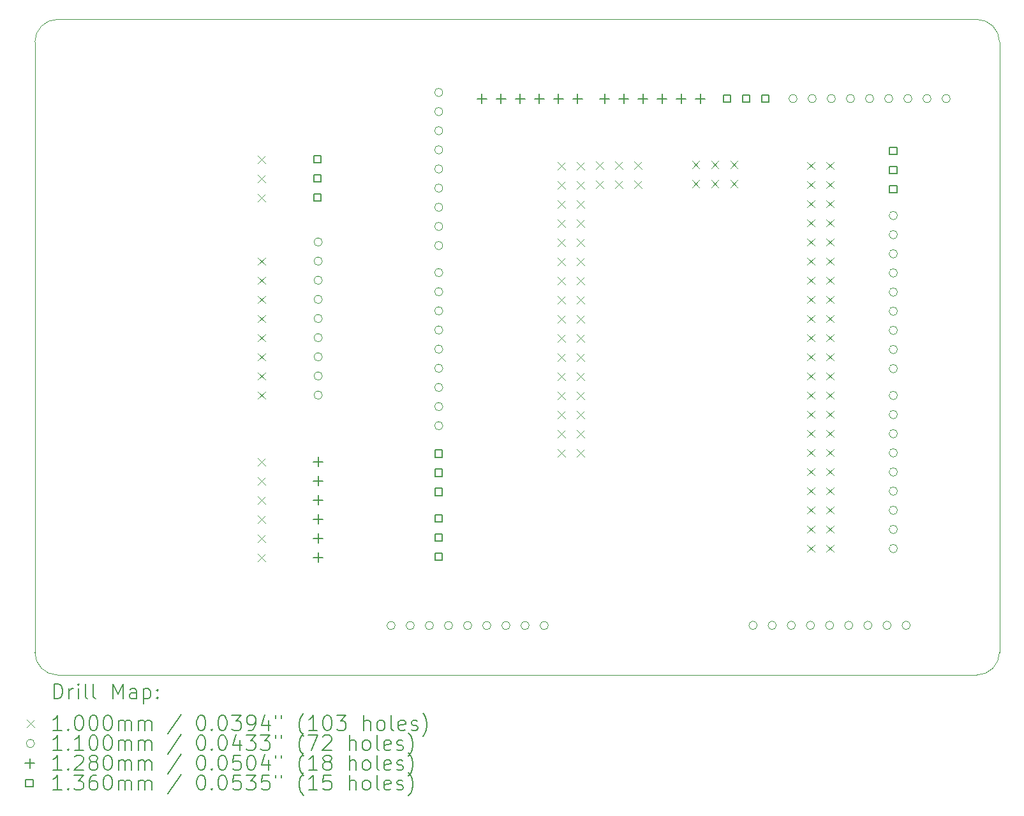
<source format=gbr>
%TF.GenerationSoftware,KiCad,Pcbnew,(6.0.9)*%
%TF.CreationDate,2023-02-05T01:27:43+02:00*%
%TF.ProjectId,Mega pro pins,4d656761-2070-4726-9f20-70696e732e6b,rev?*%
%TF.SameCoordinates,Original*%
%TF.FileFunction,Drillmap*%
%TF.FilePolarity,Positive*%
%FSLAX45Y45*%
G04 Gerber Fmt 4.5, Leading zero omitted, Abs format (unit mm)*
G04 Created by KiCad (PCBNEW (6.0.9)) date 2023-02-05 01:27:43*
%MOMM*%
%LPD*%
G01*
G04 APERTURE LIST*
%ADD10C,0.100000*%
%ADD11C,0.200000*%
%ADD12C,0.110000*%
%ADD13C,0.128000*%
%ADD14C,0.136000*%
G04 APERTURE END LIST*
D10*
X18500000Y-16300000D02*
G75*
G03*
X18800000Y-16000000I0J300000D01*
G01*
X6000000Y-16000000D02*
G75*
G03*
X6300000Y-16300000I300000J0D01*
G01*
X6300000Y-7600000D02*
G75*
G03*
X6000000Y-7900000I0J-300000D01*
G01*
X18800000Y-7900000D02*
G75*
G03*
X18500000Y-7600000I-300000J0D01*
G01*
X18800000Y-7900000D02*
X18800000Y-16000000D01*
X18500000Y-16300000D02*
X6300000Y-16300000D01*
X6300000Y-7600000D02*
X18500000Y-7600000D01*
X6000000Y-16000000D02*
X6000000Y-7900000D01*
D11*
D10*
X8956320Y-9410000D02*
X9056320Y-9510000D01*
X9056320Y-9410000D02*
X8956320Y-9510000D01*
X8956320Y-9664000D02*
X9056320Y-9764000D01*
X9056320Y-9664000D02*
X8956320Y-9764000D01*
X8956320Y-9918000D02*
X9056320Y-10018000D01*
X9056320Y-9918000D02*
X8956320Y-10018000D01*
X8956840Y-10760240D02*
X9056840Y-10860240D01*
X9056840Y-10760240D02*
X8956840Y-10860240D01*
X8956840Y-11014240D02*
X9056840Y-11114240D01*
X9056840Y-11014240D02*
X8956840Y-11114240D01*
X8956840Y-11268240D02*
X9056840Y-11368240D01*
X9056840Y-11268240D02*
X8956840Y-11368240D01*
X8956840Y-11522240D02*
X9056840Y-11622240D01*
X9056840Y-11522240D02*
X8956840Y-11622240D01*
X8956840Y-11776240D02*
X9056840Y-11876240D01*
X9056840Y-11776240D02*
X8956840Y-11876240D01*
X8956840Y-12030240D02*
X9056840Y-12130240D01*
X9056840Y-12030240D02*
X8956840Y-12130240D01*
X8956840Y-12284240D02*
X9056840Y-12384240D01*
X9056840Y-12284240D02*
X8956840Y-12384240D01*
X8956840Y-12538240D02*
X9056840Y-12638240D01*
X9056840Y-12538240D02*
X8956840Y-12638240D01*
X8956840Y-13424700D02*
X9056840Y-13524700D01*
X9056840Y-13424700D02*
X8956840Y-13524700D01*
X8956840Y-13678700D02*
X9056840Y-13778700D01*
X9056840Y-13678700D02*
X8956840Y-13778700D01*
X8956840Y-13932700D02*
X9056840Y-14032700D01*
X9056840Y-13932700D02*
X8956840Y-14032700D01*
X8956840Y-14186700D02*
X9056840Y-14286700D01*
X9056840Y-14186700D02*
X8956840Y-14286700D01*
X8956840Y-14440700D02*
X9056840Y-14540700D01*
X9056840Y-14440700D02*
X8956840Y-14540700D01*
X8956840Y-14694700D02*
X9056840Y-14794700D01*
X9056840Y-14694700D02*
X8956840Y-14794700D01*
X12937020Y-9492780D02*
X13037020Y-9592780D01*
X13037020Y-9492780D02*
X12937020Y-9592780D01*
X12937020Y-9746780D02*
X13037020Y-9846780D01*
X13037020Y-9746780D02*
X12937020Y-9846780D01*
X12937020Y-10000780D02*
X13037020Y-10100780D01*
X13037020Y-10000780D02*
X12937020Y-10100780D01*
X12937020Y-10254780D02*
X13037020Y-10354780D01*
X13037020Y-10254780D02*
X12937020Y-10354780D01*
X12937020Y-10508780D02*
X13037020Y-10608780D01*
X13037020Y-10508780D02*
X12937020Y-10608780D01*
X12937020Y-10762780D02*
X13037020Y-10862780D01*
X13037020Y-10762780D02*
X12937020Y-10862780D01*
X12937020Y-11016780D02*
X13037020Y-11116780D01*
X13037020Y-11016780D02*
X12937020Y-11116780D01*
X12937020Y-11270780D02*
X13037020Y-11370780D01*
X13037020Y-11270780D02*
X12937020Y-11370780D01*
X12937020Y-11524780D02*
X13037020Y-11624780D01*
X13037020Y-11524780D02*
X12937020Y-11624780D01*
X12937020Y-11778780D02*
X13037020Y-11878780D01*
X13037020Y-11778780D02*
X12937020Y-11878780D01*
X12937020Y-12032780D02*
X13037020Y-12132780D01*
X13037020Y-12032780D02*
X12937020Y-12132780D01*
X12937020Y-12286780D02*
X13037020Y-12386780D01*
X13037020Y-12286780D02*
X12937020Y-12386780D01*
X12937020Y-12540780D02*
X13037020Y-12640780D01*
X13037020Y-12540780D02*
X12937020Y-12640780D01*
X12937020Y-12794780D02*
X13037020Y-12894780D01*
X13037020Y-12794780D02*
X12937020Y-12894780D01*
X12937020Y-13048780D02*
X13037020Y-13148780D01*
X13037020Y-13048780D02*
X12937020Y-13148780D01*
X12937020Y-13302780D02*
X13037020Y-13402780D01*
X13037020Y-13302780D02*
X12937020Y-13402780D01*
X13191020Y-9492780D02*
X13291020Y-9592780D01*
X13291020Y-9492780D02*
X13191020Y-9592780D01*
X13191020Y-9746780D02*
X13291020Y-9846780D01*
X13291020Y-9746780D02*
X13191020Y-9846780D01*
X13191020Y-10000780D02*
X13291020Y-10100780D01*
X13291020Y-10000780D02*
X13191020Y-10100780D01*
X13191020Y-10254780D02*
X13291020Y-10354780D01*
X13291020Y-10254780D02*
X13191020Y-10354780D01*
X13191020Y-10508780D02*
X13291020Y-10608780D01*
X13291020Y-10508780D02*
X13191020Y-10608780D01*
X13191020Y-10762780D02*
X13291020Y-10862780D01*
X13291020Y-10762780D02*
X13191020Y-10862780D01*
X13191020Y-11016780D02*
X13291020Y-11116780D01*
X13291020Y-11016780D02*
X13191020Y-11116780D01*
X13191020Y-11270780D02*
X13291020Y-11370780D01*
X13291020Y-11270780D02*
X13191020Y-11370780D01*
X13191020Y-11524780D02*
X13291020Y-11624780D01*
X13291020Y-11524780D02*
X13191020Y-11624780D01*
X13191020Y-11778780D02*
X13291020Y-11878780D01*
X13291020Y-11778780D02*
X13191020Y-11878780D01*
X13191020Y-12032780D02*
X13291020Y-12132780D01*
X13291020Y-12032780D02*
X13191020Y-12132780D01*
X13191020Y-12286780D02*
X13291020Y-12386780D01*
X13291020Y-12286780D02*
X13191020Y-12386780D01*
X13191020Y-12540780D02*
X13291020Y-12640780D01*
X13291020Y-12540780D02*
X13191020Y-12640780D01*
X13191020Y-12794780D02*
X13291020Y-12894780D01*
X13291020Y-12794780D02*
X13191020Y-12894780D01*
X13191020Y-13048780D02*
X13291020Y-13148780D01*
X13291020Y-13048780D02*
X13191020Y-13148780D01*
X13191020Y-13302780D02*
X13291020Y-13402780D01*
X13291020Y-13302780D02*
X13191020Y-13402780D01*
X13445020Y-9487700D02*
X13545020Y-9587700D01*
X13545020Y-9487700D02*
X13445020Y-9587700D01*
X13445020Y-9741700D02*
X13545020Y-9841700D01*
X13545020Y-9741700D02*
X13445020Y-9841700D01*
X13699020Y-9487700D02*
X13799020Y-9587700D01*
X13799020Y-9487700D02*
X13699020Y-9587700D01*
X13699020Y-9741700D02*
X13799020Y-9841700D01*
X13799020Y-9741700D02*
X13699020Y-9841700D01*
X13953020Y-9487700D02*
X14053020Y-9587700D01*
X14053020Y-9487700D02*
X13953020Y-9587700D01*
X13953020Y-9741700D02*
X14053020Y-9841700D01*
X14053020Y-9741700D02*
X13953020Y-9841700D01*
X14720000Y-9480000D02*
X14820000Y-9580000D01*
X14820000Y-9480000D02*
X14720000Y-9580000D01*
X14720000Y-9734000D02*
X14820000Y-9834000D01*
X14820000Y-9734000D02*
X14720000Y-9834000D01*
X14974000Y-9480000D02*
X15074000Y-9580000D01*
X15074000Y-9480000D02*
X14974000Y-9580000D01*
X14974000Y-9734000D02*
X15074000Y-9834000D01*
X15074000Y-9734000D02*
X14974000Y-9834000D01*
X15228000Y-9480000D02*
X15328000Y-9580000D01*
X15328000Y-9480000D02*
X15228000Y-9580000D01*
X15228000Y-9734000D02*
X15328000Y-9834000D01*
X15328000Y-9734000D02*
X15228000Y-9834000D01*
X16246000Y-9490000D02*
X16346000Y-9590000D01*
X16346000Y-9490000D02*
X16246000Y-9590000D01*
X16246000Y-9744000D02*
X16346000Y-9844000D01*
X16346000Y-9744000D02*
X16246000Y-9844000D01*
X16246000Y-9998000D02*
X16346000Y-10098000D01*
X16346000Y-9998000D02*
X16246000Y-10098000D01*
X16246000Y-10252000D02*
X16346000Y-10352000D01*
X16346000Y-10252000D02*
X16246000Y-10352000D01*
X16246000Y-10506000D02*
X16346000Y-10606000D01*
X16346000Y-10506000D02*
X16246000Y-10606000D01*
X16246000Y-10760000D02*
X16346000Y-10860000D01*
X16346000Y-10760000D02*
X16246000Y-10860000D01*
X16246000Y-11014000D02*
X16346000Y-11114000D01*
X16346000Y-11014000D02*
X16246000Y-11114000D01*
X16246000Y-11268000D02*
X16346000Y-11368000D01*
X16346000Y-11268000D02*
X16246000Y-11368000D01*
X16246000Y-11522000D02*
X16346000Y-11622000D01*
X16346000Y-11522000D02*
X16246000Y-11622000D01*
X16246000Y-11776000D02*
X16346000Y-11876000D01*
X16346000Y-11776000D02*
X16246000Y-11876000D01*
X16246000Y-12030000D02*
X16346000Y-12130000D01*
X16346000Y-12030000D02*
X16246000Y-12130000D01*
X16246000Y-12284000D02*
X16346000Y-12384000D01*
X16346000Y-12284000D02*
X16246000Y-12384000D01*
X16246000Y-12538000D02*
X16346000Y-12638000D01*
X16346000Y-12538000D02*
X16246000Y-12638000D01*
X16246000Y-12792000D02*
X16346000Y-12892000D01*
X16346000Y-12792000D02*
X16246000Y-12892000D01*
X16246000Y-13046000D02*
X16346000Y-13146000D01*
X16346000Y-13046000D02*
X16246000Y-13146000D01*
X16246000Y-13300000D02*
X16346000Y-13400000D01*
X16346000Y-13300000D02*
X16246000Y-13400000D01*
X16246000Y-13554000D02*
X16346000Y-13654000D01*
X16346000Y-13554000D02*
X16246000Y-13654000D01*
X16246000Y-13808000D02*
X16346000Y-13908000D01*
X16346000Y-13808000D02*
X16246000Y-13908000D01*
X16246000Y-14062000D02*
X16346000Y-14162000D01*
X16346000Y-14062000D02*
X16246000Y-14162000D01*
X16246000Y-14316000D02*
X16346000Y-14416000D01*
X16346000Y-14316000D02*
X16246000Y-14416000D01*
X16246000Y-14570000D02*
X16346000Y-14670000D01*
X16346000Y-14570000D02*
X16246000Y-14670000D01*
X16500000Y-9490000D02*
X16600000Y-9590000D01*
X16600000Y-9490000D02*
X16500000Y-9590000D01*
X16500000Y-9744000D02*
X16600000Y-9844000D01*
X16600000Y-9744000D02*
X16500000Y-9844000D01*
X16500000Y-9998000D02*
X16600000Y-10098000D01*
X16600000Y-9998000D02*
X16500000Y-10098000D01*
X16500000Y-10252000D02*
X16600000Y-10352000D01*
X16600000Y-10252000D02*
X16500000Y-10352000D01*
X16500000Y-10506000D02*
X16600000Y-10606000D01*
X16600000Y-10506000D02*
X16500000Y-10606000D01*
X16500000Y-10760000D02*
X16600000Y-10860000D01*
X16600000Y-10760000D02*
X16500000Y-10860000D01*
X16500000Y-11014000D02*
X16600000Y-11114000D01*
X16600000Y-11014000D02*
X16500000Y-11114000D01*
X16500000Y-11268000D02*
X16600000Y-11368000D01*
X16600000Y-11268000D02*
X16500000Y-11368000D01*
X16500000Y-11522000D02*
X16600000Y-11622000D01*
X16600000Y-11522000D02*
X16500000Y-11622000D01*
X16500000Y-11776000D02*
X16600000Y-11876000D01*
X16600000Y-11776000D02*
X16500000Y-11876000D01*
X16500000Y-12030000D02*
X16600000Y-12130000D01*
X16600000Y-12030000D02*
X16500000Y-12130000D01*
X16500000Y-12284000D02*
X16600000Y-12384000D01*
X16600000Y-12284000D02*
X16500000Y-12384000D01*
X16500000Y-12538000D02*
X16600000Y-12638000D01*
X16600000Y-12538000D02*
X16500000Y-12638000D01*
X16500000Y-12792000D02*
X16600000Y-12892000D01*
X16600000Y-12792000D02*
X16500000Y-12892000D01*
X16500000Y-13046000D02*
X16600000Y-13146000D01*
X16600000Y-13046000D02*
X16500000Y-13146000D01*
X16500000Y-13300000D02*
X16600000Y-13400000D01*
X16600000Y-13300000D02*
X16500000Y-13400000D01*
X16500000Y-13554000D02*
X16600000Y-13654000D01*
X16600000Y-13554000D02*
X16500000Y-13654000D01*
X16500000Y-13808000D02*
X16600000Y-13908000D01*
X16600000Y-13808000D02*
X16500000Y-13908000D01*
X16500000Y-14062000D02*
X16600000Y-14162000D01*
X16600000Y-14062000D02*
X16500000Y-14162000D01*
X16500000Y-14316000D02*
X16600000Y-14416000D01*
X16600000Y-14316000D02*
X16500000Y-14416000D01*
X16500000Y-14570000D02*
X16600000Y-14670000D01*
X16600000Y-14570000D02*
X16500000Y-14670000D01*
D12*
X9813680Y-10553700D02*
G75*
G03*
X9813680Y-10553700I-55000J0D01*
G01*
X9813680Y-10807700D02*
G75*
G03*
X9813680Y-10807700I-55000J0D01*
G01*
X9813680Y-11061700D02*
G75*
G03*
X9813680Y-11061700I-55000J0D01*
G01*
X9813680Y-11315700D02*
G75*
G03*
X9813680Y-11315700I-55000J0D01*
G01*
X9813680Y-11569700D02*
G75*
G03*
X9813680Y-11569700I-55000J0D01*
G01*
X9813680Y-11823700D02*
G75*
G03*
X9813680Y-11823700I-55000J0D01*
G01*
X9813680Y-12077700D02*
G75*
G03*
X9813680Y-12077700I-55000J0D01*
G01*
X9813680Y-12331700D02*
G75*
G03*
X9813680Y-12331700I-55000J0D01*
G01*
X9813680Y-12585700D02*
G75*
G03*
X9813680Y-12585700I-55000J0D01*
G01*
X10781420Y-15643540D02*
G75*
G03*
X10781420Y-15643540I-55000J0D01*
G01*
X11035420Y-15643540D02*
G75*
G03*
X11035420Y-15643540I-55000J0D01*
G01*
X11289420Y-15643540D02*
G75*
G03*
X11289420Y-15643540I-55000J0D01*
G01*
X11413880Y-8569640D02*
G75*
G03*
X11413880Y-8569640I-55000J0D01*
G01*
X11413880Y-8823640D02*
G75*
G03*
X11413880Y-8823640I-55000J0D01*
G01*
X11413880Y-9077640D02*
G75*
G03*
X11413880Y-9077640I-55000J0D01*
G01*
X11413880Y-9331640D02*
G75*
G03*
X11413880Y-9331640I-55000J0D01*
G01*
X11413880Y-9585640D02*
G75*
G03*
X11413880Y-9585640I-55000J0D01*
G01*
X11413880Y-9839640D02*
G75*
G03*
X11413880Y-9839640I-55000J0D01*
G01*
X11413880Y-10093640D02*
G75*
G03*
X11413880Y-10093640I-55000J0D01*
G01*
X11413880Y-10347640D02*
G75*
G03*
X11413880Y-10347640I-55000J0D01*
G01*
X11413880Y-10601640D02*
G75*
G03*
X11413880Y-10601640I-55000J0D01*
G01*
X11413880Y-10959780D02*
G75*
G03*
X11413880Y-10959780I-55000J0D01*
G01*
X11413880Y-11213780D02*
G75*
G03*
X11413880Y-11213780I-55000J0D01*
G01*
X11413880Y-11467780D02*
G75*
G03*
X11413880Y-11467780I-55000J0D01*
G01*
X11413880Y-11721780D02*
G75*
G03*
X11413880Y-11721780I-55000J0D01*
G01*
X11413880Y-11975780D02*
G75*
G03*
X11413880Y-11975780I-55000J0D01*
G01*
X11413880Y-12229780D02*
G75*
G03*
X11413880Y-12229780I-55000J0D01*
G01*
X11413880Y-12483780D02*
G75*
G03*
X11413880Y-12483780I-55000J0D01*
G01*
X11413880Y-12737780D02*
G75*
G03*
X11413880Y-12737780I-55000J0D01*
G01*
X11413880Y-12991780D02*
G75*
G03*
X11413880Y-12991780I-55000J0D01*
G01*
X11543420Y-15643540D02*
G75*
G03*
X11543420Y-15643540I-55000J0D01*
G01*
X11797420Y-15643540D02*
G75*
G03*
X11797420Y-15643540I-55000J0D01*
G01*
X12051420Y-15643540D02*
G75*
G03*
X12051420Y-15643540I-55000J0D01*
G01*
X12305420Y-15643540D02*
G75*
G03*
X12305420Y-15643540I-55000J0D01*
G01*
X12559420Y-15643540D02*
G75*
G03*
X12559420Y-15643540I-55000J0D01*
G01*
X12813420Y-15643540D02*
G75*
G03*
X12813420Y-15643540I-55000J0D01*
G01*
X15584560Y-15641850D02*
G75*
G03*
X15584560Y-15641850I-55000J0D01*
G01*
X15838560Y-15641850D02*
G75*
G03*
X15838560Y-15641850I-55000J0D01*
G01*
X16092560Y-15641850D02*
G75*
G03*
X16092560Y-15641850I-55000J0D01*
G01*
X16115420Y-8651240D02*
G75*
G03*
X16115420Y-8651240I-55000J0D01*
G01*
X16346560Y-15641850D02*
G75*
G03*
X16346560Y-15641850I-55000J0D01*
G01*
X16369420Y-8651240D02*
G75*
G03*
X16369420Y-8651240I-55000J0D01*
G01*
X16600560Y-15641850D02*
G75*
G03*
X16600560Y-15641850I-55000J0D01*
G01*
X16623420Y-8651240D02*
G75*
G03*
X16623420Y-8651240I-55000J0D01*
G01*
X16854560Y-15641850D02*
G75*
G03*
X16854560Y-15641850I-55000J0D01*
G01*
X16877420Y-8651240D02*
G75*
G03*
X16877420Y-8651240I-55000J0D01*
G01*
X17108560Y-15641850D02*
G75*
G03*
X17108560Y-15641850I-55000J0D01*
G01*
X17131420Y-8651240D02*
G75*
G03*
X17131420Y-8651240I-55000J0D01*
G01*
X17362560Y-15641850D02*
G75*
G03*
X17362560Y-15641850I-55000J0D01*
G01*
X17385420Y-8651240D02*
G75*
G03*
X17385420Y-8651240I-55000J0D01*
G01*
X17446380Y-10202860D02*
G75*
G03*
X17446380Y-10202860I-55000J0D01*
G01*
X17446380Y-10456860D02*
G75*
G03*
X17446380Y-10456860I-55000J0D01*
G01*
X17446380Y-10710860D02*
G75*
G03*
X17446380Y-10710860I-55000J0D01*
G01*
X17446380Y-10964860D02*
G75*
G03*
X17446380Y-10964860I-55000J0D01*
G01*
X17446380Y-11218860D02*
G75*
G03*
X17446380Y-11218860I-55000J0D01*
G01*
X17446380Y-11472860D02*
G75*
G03*
X17446380Y-11472860I-55000J0D01*
G01*
X17446380Y-11726860D02*
G75*
G03*
X17446380Y-11726860I-55000J0D01*
G01*
X17446380Y-11980860D02*
G75*
G03*
X17446380Y-11980860I-55000J0D01*
G01*
X17446380Y-12234860D02*
G75*
G03*
X17446380Y-12234860I-55000J0D01*
G01*
X17446380Y-12590460D02*
G75*
G03*
X17446380Y-12590460I-55000J0D01*
G01*
X17446380Y-12844460D02*
G75*
G03*
X17446380Y-12844460I-55000J0D01*
G01*
X17446380Y-13098460D02*
G75*
G03*
X17446380Y-13098460I-55000J0D01*
G01*
X17446380Y-13352460D02*
G75*
G03*
X17446380Y-13352460I-55000J0D01*
G01*
X17446380Y-13606460D02*
G75*
G03*
X17446380Y-13606460I-55000J0D01*
G01*
X17446380Y-13860460D02*
G75*
G03*
X17446380Y-13860460I-55000J0D01*
G01*
X17446380Y-14114460D02*
G75*
G03*
X17446380Y-14114460I-55000J0D01*
G01*
X17446380Y-14368460D02*
G75*
G03*
X17446380Y-14368460I-55000J0D01*
G01*
X17446380Y-14622460D02*
G75*
G03*
X17446380Y-14622460I-55000J0D01*
G01*
X17616560Y-15641850D02*
G75*
G03*
X17616560Y-15641850I-55000J0D01*
G01*
X17639420Y-8651240D02*
G75*
G03*
X17639420Y-8651240I-55000J0D01*
G01*
X17893420Y-8651240D02*
G75*
G03*
X17893420Y-8651240I-55000J0D01*
G01*
X18147420Y-8651240D02*
G75*
G03*
X18147420Y-8651240I-55000J0D01*
G01*
D13*
X9758680Y-13405620D02*
X9758680Y-13533620D01*
X9694680Y-13469620D02*
X9822680Y-13469620D01*
X9758680Y-13659620D02*
X9758680Y-13787620D01*
X9694680Y-13723620D02*
X9822680Y-13723620D01*
X9758680Y-13913620D02*
X9758680Y-14041620D01*
X9694680Y-13977620D02*
X9822680Y-13977620D01*
X9758680Y-14167620D02*
X9758680Y-14295620D01*
X9694680Y-14231620D02*
X9822680Y-14231620D01*
X9758680Y-14421620D02*
X9758680Y-14549620D01*
X9694680Y-14485620D02*
X9822680Y-14485620D01*
X9758680Y-14675620D02*
X9758680Y-14803620D01*
X9694680Y-14739620D02*
X9822680Y-14739620D01*
X11933170Y-8589460D02*
X11933170Y-8717460D01*
X11869170Y-8653460D02*
X11997170Y-8653460D01*
X12187170Y-8589460D02*
X12187170Y-8717460D01*
X12123170Y-8653460D02*
X12251170Y-8653460D01*
X12441170Y-8589460D02*
X12441170Y-8717460D01*
X12377170Y-8653460D02*
X12505170Y-8653460D01*
X12695170Y-8589460D02*
X12695170Y-8717460D01*
X12631170Y-8653460D02*
X12759170Y-8653460D01*
X12949170Y-8589460D02*
X12949170Y-8717460D01*
X12885170Y-8653460D02*
X13013170Y-8653460D01*
X13203170Y-8589460D02*
X13203170Y-8717460D01*
X13139170Y-8653460D02*
X13267170Y-8653460D01*
X13561060Y-8589460D02*
X13561060Y-8717460D01*
X13497060Y-8653460D02*
X13625060Y-8653460D01*
X13815060Y-8589460D02*
X13815060Y-8717460D01*
X13751060Y-8653460D02*
X13879060Y-8653460D01*
X14069060Y-8589460D02*
X14069060Y-8717460D01*
X14005060Y-8653460D02*
X14133060Y-8653460D01*
X14323060Y-8589460D02*
X14323060Y-8717460D01*
X14259060Y-8653460D02*
X14387060Y-8653460D01*
X14577060Y-8589460D02*
X14577060Y-8717460D01*
X14513060Y-8653460D02*
X14641060Y-8653460D01*
X14831060Y-8589460D02*
X14831060Y-8717460D01*
X14767060Y-8653460D02*
X14895060Y-8653460D01*
D14*
X9798084Y-9501234D02*
X9798084Y-9405066D01*
X9701916Y-9405066D01*
X9701916Y-9501234D01*
X9798084Y-9501234D01*
X9798084Y-9755234D02*
X9798084Y-9659066D01*
X9701916Y-9659066D01*
X9701916Y-9755234D01*
X9798084Y-9755234D01*
X9798084Y-10009234D02*
X9798084Y-9913066D01*
X9701916Y-9913066D01*
X9701916Y-10009234D01*
X9798084Y-10009234D01*
X11406964Y-13410694D02*
X11406964Y-13314526D01*
X11310796Y-13314526D01*
X11310796Y-13410694D01*
X11406964Y-13410694D01*
X11406964Y-13664694D02*
X11406964Y-13568526D01*
X11310796Y-13568526D01*
X11310796Y-13664694D01*
X11406964Y-13664694D01*
X11406964Y-13918694D02*
X11406964Y-13822526D01*
X11310796Y-13822526D01*
X11310796Y-13918694D01*
X11406964Y-13918694D01*
X11406964Y-14269224D02*
X11406964Y-14173056D01*
X11310796Y-14173056D01*
X11310796Y-14269224D01*
X11406964Y-14269224D01*
X11406964Y-14523224D02*
X11406964Y-14427056D01*
X11310796Y-14427056D01*
X11310796Y-14523224D01*
X11406964Y-14523224D01*
X11406964Y-14777224D02*
X11406964Y-14681056D01*
X11310796Y-14681056D01*
X11310796Y-14777224D01*
X11406964Y-14777224D01*
X15232214Y-8701544D02*
X15232214Y-8605376D01*
X15136046Y-8605376D01*
X15136046Y-8701544D01*
X15232214Y-8701544D01*
X15486214Y-8701544D02*
X15486214Y-8605376D01*
X15390046Y-8605376D01*
X15390046Y-8701544D01*
X15486214Y-8701544D01*
X15740214Y-8701544D02*
X15740214Y-8605376D01*
X15644046Y-8605376D01*
X15644046Y-8701544D01*
X15740214Y-8701544D01*
X17439464Y-9392434D02*
X17439464Y-9296266D01*
X17343296Y-9296266D01*
X17343296Y-9392434D01*
X17439464Y-9392434D01*
X17439464Y-9646434D02*
X17439464Y-9550266D01*
X17343296Y-9550266D01*
X17343296Y-9646434D01*
X17439464Y-9646434D01*
X17439464Y-9900434D02*
X17439464Y-9804266D01*
X17343296Y-9804266D01*
X17343296Y-9900434D01*
X17439464Y-9900434D01*
D11*
X6252619Y-16615476D02*
X6252619Y-16415476D01*
X6300238Y-16415476D01*
X6328809Y-16425000D01*
X6347857Y-16444048D01*
X6357381Y-16463095D01*
X6366905Y-16501190D01*
X6366905Y-16529762D01*
X6357381Y-16567857D01*
X6347857Y-16586905D01*
X6328809Y-16605952D01*
X6300238Y-16615476D01*
X6252619Y-16615476D01*
X6452619Y-16615476D02*
X6452619Y-16482143D01*
X6452619Y-16520238D02*
X6462143Y-16501190D01*
X6471667Y-16491667D01*
X6490714Y-16482143D01*
X6509762Y-16482143D01*
X6576428Y-16615476D02*
X6576428Y-16482143D01*
X6576428Y-16415476D02*
X6566905Y-16425000D01*
X6576428Y-16434524D01*
X6585952Y-16425000D01*
X6576428Y-16415476D01*
X6576428Y-16434524D01*
X6700238Y-16615476D02*
X6681190Y-16605952D01*
X6671667Y-16586905D01*
X6671667Y-16415476D01*
X6805000Y-16615476D02*
X6785952Y-16605952D01*
X6776428Y-16586905D01*
X6776428Y-16415476D01*
X7033571Y-16615476D02*
X7033571Y-16415476D01*
X7100238Y-16558333D01*
X7166905Y-16415476D01*
X7166905Y-16615476D01*
X7347857Y-16615476D02*
X7347857Y-16510714D01*
X7338333Y-16491667D01*
X7319286Y-16482143D01*
X7281190Y-16482143D01*
X7262143Y-16491667D01*
X7347857Y-16605952D02*
X7328809Y-16615476D01*
X7281190Y-16615476D01*
X7262143Y-16605952D01*
X7252619Y-16586905D01*
X7252619Y-16567857D01*
X7262143Y-16548809D01*
X7281190Y-16539286D01*
X7328809Y-16539286D01*
X7347857Y-16529762D01*
X7443095Y-16482143D02*
X7443095Y-16682143D01*
X7443095Y-16491667D02*
X7462143Y-16482143D01*
X7500238Y-16482143D01*
X7519286Y-16491667D01*
X7528809Y-16501190D01*
X7538333Y-16520238D01*
X7538333Y-16577381D01*
X7528809Y-16596428D01*
X7519286Y-16605952D01*
X7500238Y-16615476D01*
X7462143Y-16615476D01*
X7443095Y-16605952D01*
X7624048Y-16596428D02*
X7633571Y-16605952D01*
X7624048Y-16615476D01*
X7614524Y-16605952D01*
X7624048Y-16596428D01*
X7624048Y-16615476D01*
X7624048Y-16491667D02*
X7633571Y-16501190D01*
X7624048Y-16510714D01*
X7614524Y-16501190D01*
X7624048Y-16491667D01*
X7624048Y-16510714D01*
D10*
X5895000Y-16895000D02*
X5995000Y-16995000D01*
X5995000Y-16895000D02*
X5895000Y-16995000D01*
D11*
X6357381Y-17035476D02*
X6243095Y-17035476D01*
X6300238Y-17035476D02*
X6300238Y-16835476D01*
X6281190Y-16864048D01*
X6262143Y-16883095D01*
X6243095Y-16892619D01*
X6443095Y-17016429D02*
X6452619Y-17025952D01*
X6443095Y-17035476D01*
X6433571Y-17025952D01*
X6443095Y-17016429D01*
X6443095Y-17035476D01*
X6576428Y-16835476D02*
X6595476Y-16835476D01*
X6614524Y-16845000D01*
X6624048Y-16854524D01*
X6633571Y-16873571D01*
X6643095Y-16911667D01*
X6643095Y-16959286D01*
X6633571Y-16997381D01*
X6624048Y-17016429D01*
X6614524Y-17025952D01*
X6595476Y-17035476D01*
X6576428Y-17035476D01*
X6557381Y-17025952D01*
X6547857Y-17016429D01*
X6538333Y-16997381D01*
X6528809Y-16959286D01*
X6528809Y-16911667D01*
X6538333Y-16873571D01*
X6547857Y-16854524D01*
X6557381Y-16845000D01*
X6576428Y-16835476D01*
X6766905Y-16835476D02*
X6785952Y-16835476D01*
X6805000Y-16845000D01*
X6814524Y-16854524D01*
X6824048Y-16873571D01*
X6833571Y-16911667D01*
X6833571Y-16959286D01*
X6824048Y-16997381D01*
X6814524Y-17016429D01*
X6805000Y-17025952D01*
X6785952Y-17035476D01*
X6766905Y-17035476D01*
X6747857Y-17025952D01*
X6738333Y-17016429D01*
X6728809Y-16997381D01*
X6719286Y-16959286D01*
X6719286Y-16911667D01*
X6728809Y-16873571D01*
X6738333Y-16854524D01*
X6747857Y-16845000D01*
X6766905Y-16835476D01*
X6957381Y-16835476D02*
X6976428Y-16835476D01*
X6995476Y-16845000D01*
X7005000Y-16854524D01*
X7014524Y-16873571D01*
X7024048Y-16911667D01*
X7024048Y-16959286D01*
X7014524Y-16997381D01*
X7005000Y-17016429D01*
X6995476Y-17025952D01*
X6976428Y-17035476D01*
X6957381Y-17035476D01*
X6938333Y-17025952D01*
X6928809Y-17016429D01*
X6919286Y-16997381D01*
X6909762Y-16959286D01*
X6909762Y-16911667D01*
X6919286Y-16873571D01*
X6928809Y-16854524D01*
X6938333Y-16845000D01*
X6957381Y-16835476D01*
X7109762Y-17035476D02*
X7109762Y-16902143D01*
X7109762Y-16921190D02*
X7119286Y-16911667D01*
X7138333Y-16902143D01*
X7166905Y-16902143D01*
X7185952Y-16911667D01*
X7195476Y-16930714D01*
X7195476Y-17035476D01*
X7195476Y-16930714D02*
X7205000Y-16911667D01*
X7224048Y-16902143D01*
X7252619Y-16902143D01*
X7271667Y-16911667D01*
X7281190Y-16930714D01*
X7281190Y-17035476D01*
X7376428Y-17035476D02*
X7376428Y-16902143D01*
X7376428Y-16921190D02*
X7385952Y-16911667D01*
X7405000Y-16902143D01*
X7433571Y-16902143D01*
X7452619Y-16911667D01*
X7462143Y-16930714D01*
X7462143Y-17035476D01*
X7462143Y-16930714D02*
X7471667Y-16911667D01*
X7490714Y-16902143D01*
X7519286Y-16902143D01*
X7538333Y-16911667D01*
X7547857Y-16930714D01*
X7547857Y-17035476D01*
X7938333Y-16825952D02*
X7766905Y-17083095D01*
X8195476Y-16835476D02*
X8214524Y-16835476D01*
X8233571Y-16845000D01*
X8243095Y-16854524D01*
X8252619Y-16873571D01*
X8262143Y-16911667D01*
X8262143Y-16959286D01*
X8252619Y-16997381D01*
X8243095Y-17016429D01*
X8233571Y-17025952D01*
X8214524Y-17035476D01*
X8195476Y-17035476D01*
X8176428Y-17025952D01*
X8166905Y-17016429D01*
X8157381Y-16997381D01*
X8147857Y-16959286D01*
X8147857Y-16911667D01*
X8157381Y-16873571D01*
X8166905Y-16854524D01*
X8176428Y-16845000D01*
X8195476Y-16835476D01*
X8347857Y-17016429D02*
X8357381Y-17025952D01*
X8347857Y-17035476D01*
X8338333Y-17025952D01*
X8347857Y-17016429D01*
X8347857Y-17035476D01*
X8481190Y-16835476D02*
X8500238Y-16835476D01*
X8519286Y-16845000D01*
X8528810Y-16854524D01*
X8538333Y-16873571D01*
X8547857Y-16911667D01*
X8547857Y-16959286D01*
X8538333Y-16997381D01*
X8528810Y-17016429D01*
X8519286Y-17025952D01*
X8500238Y-17035476D01*
X8481190Y-17035476D01*
X8462143Y-17025952D01*
X8452619Y-17016429D01*
X8443095Y-16997381D01*
X8433571Y-16959286D01*
X8433571Y-16911667D01*
X8443095Y-16873571D01*
X8452619Y-16854524D01*
X8462143Y-16845000D01*
X8481190Y-16835476D01*
X8614524Y-16835476D02*
X8738333Y-16835476D01*
X8671667Y-16911667D01*
X8700238Y-16911667D01*
X8719286Y-16921190D01*
X8728810Y-16930714D01*
X8738333Y-16949762D01*
X8738333Y-16997381D01*
X8728810Y-17016429D01*
X8719286Y-17025952D01*
X8700238Y-17035476D01*
X8643095Y-17035476D01*
X8624048Y-17025952D01*
X8614524Y-17016429D01*
X8833571Y-17035476D02*
X8871667Y-17035476D01*
X8890714Y-17025952D01*
X8900238Y-17016429D01*
X8919286Y-16987857D01*
X8928810Y-16949762D01*
X8928810Y-16873571D01*
X8919286Y-16854524D01*
X8909762Y-16845000D01*
X8890714Y-16835476D01*
X8852619Y-16835476D01*
X8833571Y-16845000D01*
X8824048Y-16854524D01*
X8814524Y-16873571D01*
X8814524Y-16921190D01*
X8824048Y-16940238D01*
X8833571Y-16949762D01*
X8852619Y-16959286D01*
X8890714Y-16959286D01*
X8909762Y-16949762D01*
X8919286Y-16940238D01*
X8928810Y-16921190D01*
X9100238Y-16902143D02*
X9100238Y-17035476D01*
X9052619Y-16825952D02*
X9005000Y-16968810D01*
X9128810Y-16968810D01*
X9195476Y-16835476D02*
X9195476Y-16873571D01*
X9271667Y-16835476D02*
X9271667Y-16873571D01*
X9566905Y-17111667D02*
X9557381Y-17102143D01*
X9538333Y-17073571D01*
X9528810Y-17054524D01*
X9519286Y-17025952D01*
X9509762Y-16978333D01*
X9509762Y-16940238D01*
X9519286Y-16892619D01*
X9528810Y-16864048D01*
X9538333Y-16845000D01*
X9557381Y-16816429D01*
X9566905Y-16806905D01*
X9747857Y-17035476D02*
X9633571Y-17035476D01*
X9690714Y-17035476D02*
X9690714Y-16835476D01*
X9671667Y-16864048D01*
X9652619Y-16883095D01*
X9633571Y-16892619D01*
X9871667Y-16835476D02*
X9890714Y-16835476D01*
X9909762Y-16845000D01*
X9919286Y-16854524D01*
X9928810Y-16873571D01*
X9938333Y-16911667D01*
X9938333Y-16959286D01*
X9928810Y-16997381D01*
X9919286Y-17016429D01*
X9909762Y-17025952D01*
X9890714Y-17035476D01*
X9871667Y-17035476D01*
X9852619Y-17025952D01*
X9843095Y-17016429D01*
X9833571Y-16997381D01*
X9824048Y-16959286D01*
X9824048Y-16911667D01*
X9833571Y-16873571D01*
X9843095Y-16854524D01*
X9852619Y-16845000D01*
X9871667Y-16835476D01*
X10005000Y-16835476D02*
X10128810Y-16835476D01*
X10062143Y-16911667D01*
X10090714Y-16911667D01*
X10109762Y-16921190D01*
X10119286Y-16930714D01*
X10128810Y-16949762D01*
X10128810Y-16997381D01*
X10119286Y-17016429D01*
X10109762Y-17025952D01*
X10090714Y-17035476D01*
X10033571Y-17035476D01*
X10014524Y-17025952D01*
X10005000Y-17016429D01*
X10366905Y-17035476D02*
X10366905Y-16835476D01*
X10452619Y-17035476D02*
X10452619Y-16930714D01*
X10443095Y-16911667D01*
X10424048Y-16902143D01*
X10395476Y-16902143D01*
X10376429Y-16911667D01*
X10366905Y-16921190D01*
X10576429Y-17035476D02*
X10557381Y-17025952D01*
X10547857Y-17016429D01*
X10538333Y-16997381D01*
X10538333Y-16940238D01*
X10547857Y-16921190D01*
X10557381Y-16911667D01*
X10576429Y-16902143D01*
X10605000Y-16902143D01*
X10624048Y-16911667D01*
X10633571Y-16921190D01*
X10643095Y-16940238D01*
X10643095Y-16997381D01*
X10633571Y-17016429D01*
X10624048Y-17025952D01*
X10605000Y-17035476D01*
X10576429Y-17035476D01*
X10757381Y-17035476D02*
X10738333Y-17025952D01*
X10728810Y-17006905D01*
X10728810Y-16835476D01*
X10909762Y-17025952D02*
X10890714Y-17035476D01*
X10852619Y-17035476D01*
X10833571Y-17025952D01*
X10824048Y-17006905D01*
X10824048Y-16930714D01*
X10833571Y-16911667D01*
X10852619Y-16902143D01*
X10890714Y-16902143D01*
X10909762Y-16911667D01*
X10919286Y-16930714D01*
X10919286Y-16949762D01*
X10824048Y-16968810D01*
X10995476Y-17025952D02*
X11014524Y-17035476D01*
X11052619Y-17035476D01*
X11071667Y-17025952D01*
X11081190Y-17006905D01*
X11081190Y-16997381D01*
X11071667Y-16978333D01*
X11052619Y-16968810D01*
X11024048Y-16968810D01*
X11005000Y-16959286D01*
X10995476Y-16940238D01*
X10995476Y-16930714D01*
X11005000Y-16911667D01*
X11024048Y-16902143D01*
X11052619Y-16902143D01*
X11071667Y-16911667D01*
X11147857Y-17111667D02*
X11157381Y-17102143D01*
X11176429Y-17073571D01*
X11185952Y-17054524D01*
X11195476Y-17025952D01*
X11205000Y-16978333D01*
X11205000Y-16940238D01*
X11195476Y-16892619D01*
X11185952Y-16864048D01*
X11176429Y-16845000D01*
X11157381Y-16816429D01*
X11147857Y-16806905D01*
D12*
X5995000Y-17209000D02*
G75*
G03*
X5995000Y-17209000I-55000J0D01*
G01*
D11*
X6357381Y-17299476D02*
X6243095Y-17299476D01*
X6300238Y-17299476D02*
X6300238Y-17099476D01*
X6281190Y-17128048D01*
X6262143Y-17147095D01*
X6243095Y-17156619D01*
X6443095Y-17280429D02*
X6452619Y-17289952D01*
X6443095Y-17299476D01*
X6433571Y-17289952D01*
X6443095Y-17280429D01*
X6443095Y-17299476D01*
X6643095Y-17299476D02*
X6528809Y-17299476D01*
X6585952Y-17299476D02*
X6585952Y-17099476D01*
X6566905Y-17128048D01*
X6547857Y-17147095D01*
X6528809Y-17156619D01*
X6766905Y-17099476D02*
X6785952Y-17099476D01*
X6805000Y-17109000D01*
X6814524Y-17118524D01*
X6824048Y-17137571D01*
X6833571Y-17175667D01*
X6833571Y-17223286D01*
X6824048Y-17261381D01*
X6814524Y-17280429D01*
X6805000Y-17289952D01*
X6785952Y-17299476D01*
X6766905Y-17299476D01*
X6747857Y-17289952D01*
X6738333Y-17280429D01*
X6728809Y-17261381D01*
X6719286Y-17223286D01*
X6719286Y-17175667D01*
X6728809Y-17137571D01*
X6738333Y-17118524D01*
X6747857Y-17109000D01*
X6766905Y-17099476D01*
X6957381Y-17099476D02*
X6976428Y-17099476D01*
X6995476Y-17109000D01*
X7005000Y-17118524D01*
X7014524Y-17137571D01*
X7024048Y-17175667D01*
X7024048Y-17223286D01*
X7014524Y-17261381D01*
X7005000Y-17280429D01*
X6995476Y-17289952D01*
X6976428Y-17299476D01*
X6957381Y-17299476D01*
X6938333Y-17289952D01*
X6928809Y-17280429D01*
X6919286Y-17261381D01*
X6909762Y-17223286D01*
X6909762Y-17175667D01*
X6919286Y-17137571D01*
X6928809Y-17118524D01*
X6938333Y-17109000D01*
X6957381Y-17099476D01*
X7109762Y-17299476D02*
X7109762Y-17166143D01*
X7109762Y-17185190D02*
X7119286Y-17175667D01*
X7138333Y-17166143D01*
X7166905Y-17166143D01*
X7185952Y-17175667D01*
X7195476Y-17194714D01*
X7195476Y-17299476D01*
X7195476Y-17194714D02*
X7205000Y-17175667D01*
X7224048Y-17166143D01*
X7252619Y-17166143D01*
X7271667Y-17175667D01*
X7281190Y-17194714D01*
X7281190Y-17299476D01*
X7376428Y-17299476D02*
X7376428Y-17166143D01*
X7376428Y-17185190D02*
X7385952Y-17175667D01*
X7405000Y-17166143D01*
X7433571Y-17166143D01*
X7452619Y-17175667D01*
X7462143Y-17194714D01*
X7462143Y-17299476D01*
X7462143Y-17194714D02*
X7471667Y-17175667D01*
X7490714Y-17166143D01*
X7519286Y-17166143D01*
X7538333Y-17175667D01*
X7547857Y-17194714D01*
X7547857Y-17299476D01*
X7938333Y-17089952D02*
X7766905Y-17347095D01*
X8195476Y-17099476D02*
X8214524Y-17099476D01*
X8233571Y-17109000D01*
X8243095Y-17118524D01*
X8252619Y-17137571D01*
X8262143Y-17175667D01*
X8262143Y-17223286D01*
X8252619Y-17261381D01*
X8243095Y-17280429D01*
X8233571Y-17289952D01*
X8214524Y-17299476D01*
X8195476Y-17299476D01*
X8176428Y-17289952D01*
X8166905Y-17280429D01*
X8157381Y-17261381D01*
X8147857Y-17223286D01*
X8147857Y-17175667D01*
X8157381Y-17137571D01*
X8166905Y-17118524D01*
X8176428Y-17109000D01*
X8195476Y-17099476D01*
X8347857Y-17280429D02*
X8357381Y-17289952D01*
X8347857Y-17299476D01*
X8338333Y-17289952D01*
X8347857Y-17280429D01*
X8347857Y-17299476D01*
X8481190Y-17099476D02*
X8500238Y-17099476D01*
X8519286Y-17109000D01*
X8528810Y-17118524D01*
X8538333Y-17137571D01*
X8547857Y-17175667D01*
X8547857Y-17223286D01*
X8538333Y-17261381D01*
X8528810Y-17280429D01*
X8519286Y-17289952D01*
X8500238Y-17299476D01*
X8481190Y-17299476D01*
X8462143Y-17289952D01*
X8452619Y-17280429D01*
X8443095Y-17261381D01*
X8433571Y-17223286D01*
X8433571Y-17175667D01*
X8443095Y-17137571D01*
X8452619Y-17118524D01*
X8462143Y-17109000D01*
X8481190Y-17099476D01*
X8719286Y-17166143D02*
X8719286Y-17299476D01*
X8671667Y-17089952D02*
X8624048Y-17232810D01*
X8747857Y-17232810D01*
X8805000Y-17099476D02*
X8928810Y-17099476D01*
X8862143Y-17175667D01*
X8890714Y-17175667D01*
X8909762Y-17185190D01*
X8919286Y-17194714D01*
X8928810Y-17213762D01*
X8928810Y-17261381D01*
X8919286Y-17280429D01*
X8909762Y-17289952D01*
X8890714Y-17299476D01*
X8833571Y-17299476D01*
X8814524Y-17289952D01*
X8805000Y-17280429D01*
X8995476Y-17099476D02*
X9119286Y-17099476D01*
X9052619Y-17175667D01*
X9081190Y-17175667D01*
X9100238Y-17185190D01*
X9109762Y-17194714D01*
X9119286Y-17213762D01*
X9119286Y-17261381D01*
X9109762Y-17280429D01*
X9100238Y-17289952D01*
X9081190Y-17299476D01*
X9024048Y-17299476D01*
X9005000Y-17289952D01*
X8995476Y-17280429D01*
X9195476Y-17099476D02*
X9195476Y-17137571D01*
X9271667Y-17099476D02*
X9271667Y-17137571D01*
X9566905Y-17375667D02*
X9557381Y-17366143D01*
X9538333Y-17337571D01*
X9528810Y-17318524D01*
X9519286Y-17289952D01*
X9509762Y-17242333D01*
X9509762Y-17204238D01*
X9519286Y-17156619D01*
X9528810Y-17128048D01*
X9538333Y-17109000D01*
X9557381Y-17080429D01*
X9566905Y-17070905D01*
X9624048Y-17099476D02*
X9757381Y-17099476D01*
X9671667Y-17299476D01*
X9824048Y-17118524D02*
X9833571Y-17109000D01*
X9852619Y-17099476D01*
X9900238Y-17099476D01*
X9919286Y-17109000D01*
X9928810Y-17118524D01*
X9938333Y-17137571D01*
X9938333Y-17156619D01*
X9928810Y-17185190D01*
X9814524Y-17299476D01*
X9938333Y-17299476D01*
X10176429Y-17299476D02*
X10176429Y-17099476D01*
X10262143Y-17299476D02*
X10262143Y-17194714D01*
X10252619Y-17175667D01*
X10233571Y-17166143D01*
X10205000Y-17166143D01*
X10185952Y-17175667D01*
X10176429Y-17185190D01*
X10385952Y-17299476D02*
X10366905Y-17289952D01*
X10357381Y-17280429D01*
X10347857Y-17261381D01*
X10347857Y-17204238D01*
X10357381Y-17185190D01*
X10366905Y-17175667D01*
X10385952Y-17166143D01*
X10414524Y-17166143D01*
X10433571Y-17175667D01*
X10443095Y-17185190D01*
X10452619Y-17204238D01*
X10452619Y-17261381D01*
X10443095Y-17280429D01*
X10433571Y-17289952D01*
X10414524Y-17299476D01*
X10385952Y-17299476D01*
X10566905Y-17299476D02*
X10547857Y-17289952D01*
X10538333Y-17270905D01*
X10538333Y-17099476D01*
X10719286Y-17289952D02*
X10700238Y-17299476D01*
X10662143Y-17299476D01*
X10643095Y-17289952D01*
X10633571Y-17270905D01*
X10633571Y-17194714D01*
X10643095Y-17175667D01*
X10662143Y-17166143D01*
X10700238Y-17166143D01*
X10719286Y-17175667D01*
X10728810Y-17194714D01*
X10728810Y-17213762D01*
X10633571Y-17232810D01*
X10805000Y-17289952D02*
X10824048Y-17299476D01*
X10862143Y-17299476D01*
X10881190Y-17289952D01*
X10890714Y-17270905D01*
X10890714Y-17261381D01*
X10881190Y-17242333D01*
X10862143Y-17232810D01*
X10833571Y-17232810D01*
X10814524Y-17223286D01*
X10805000Y-17204238D01*
X10805000Y-17194714D01*
X10814524Y-17175667D01*
X10833571Y-17166143D01*
X10862143Y-17166143D01*
X10881190Y-17175667D01*
X10957381Y-17375667D02*
X10966905Y-17366143D01*
X10985952Y-17337571D01*
X10995476Y-17318524D01*
X11005000Y-17289952D01*
X11014524Y-17242333D01*
X11014524Y-17204238D01*
X11005000Y-17156619D01*
X10995476Y-17128048D01*
X10985952Y-17109000D01*
X10966905Y-17080429D01*
X10957381Y-17070905D01*
D13*
X5931000Y-17409000D02*
X5931000Y-17537000D01*
X5867000Y-17473000D02*
X5995000Y-17473000D01*
D11*
X6357381Y-17563476D02*
X6243095Y-17563476D01*
X6300238Y-17563476D02*
X6300238Y-17363476D01*
X6281190Y-17392048D01*
X6262143Y-17411095D01*
X6243095Y-17420619D01*
X6443095Y-17544429D02*
X6452619Y-17553952D01*
X6443095Y-17563476D01*
X6433571Y-17553952D01*
X6443095Y-17544429D01*
X6443095Y-17563476D01*
X6528809Y-17382524D02*
X6538333Y-17373000D01*
X6557381Y-17363476D01*
X6605000Y-17363476D01*
X6624048Y-17373000D01*
X6633571Y-17382524D01*
X6643095Y-17401571D01*
X6643095Y-17420619D01*
X6633571Y-17449190D01*
X6519286Y-17563476D01*
X6643095Y-17563476D01*
X6757381Y-17449190D02*
X6738333Y-17439667D01*
X6728809Y-17430143D01*
X6719286Y-17411095D01*
X6719286Y-17401571D01*
X6728809Y-17382524D01*
X6738333Y-17373000D01*
X6757381Y-17363476D01*
X6795476Y-17363476D01*
X6814524Y-17373000D01*
X6824048Y-17382524D01*
X6833571Y-17401571D01*
X6833571Y-17411095D01*
X6824048Y-17430143D01*
X6814524Y-17439667D01*
X6795476Y-17449190D01*
X6757381Y-17449190D01*
X6738333Y-17458714D01*
X6728809Y-17468238D01*
X6719286Y-17487286D01*
X6719286Y-17525381D01*
X6728809Y-17544429D01*
X6738333Y-17553952D01*
X6757381Y-17563476D01*
X6795476Y-17563476D01*
X6814524Y-17553952D01*
X6824048Y-17544429D01*
X6833571Y-17525381D01*
X6833571Y-17487286D01*
X6824048Y-17468238D01*
X6814524Y-17458714D01*
X6795476Y-17449190D01*
X6957381Y-17363476D02*
X6976428Y-17363476D01*
X6995476Y-17373000D01*
X7005000Y-17382524D01*
X7014524Y-17401571D01*
X7024048Y-17439667D01*
X7024048Y-17487286D01*
X7014524Y-17525381D01*
X7005000Y-17544429D01*
X6995476Y-17553952D01*
X6976428Y-17563476D01*
X6957381Y-17563476D01*
X6938333Y-17553952D01*
X6928809Y-17544429D01*
X6919286Y-17525381D01*
X6909762Y-17487286D01*
X6909762Y-17439667D01*
X6919286Y-17401571D01*
X6928809Y-17382524D01*
X6938333Y-17373000D01*
X6957381Y-17363476D01*
X7109762Y-17563476D02*
X7109762Y-17430143D01*
X7109762Y-17449190D02*
X7119286Y-17439667D01*
X7138333Y-17430143D01*
X7166905Y-17430143D01*
X7185952Y-17439667D01*
X7195476Y-17458714D01*
X7195476Y-17563476D01*
X7195476Y-17458714D02*
X7205000Y-17439667D01*
X7224048Y-17430143D01*
X7252619Y-17430143D01*
X7271667Y-17439667D01*
X7281190Y-17458714D01*
X7281190Y-17563476D01*
X7376428Y-17563476D02*
X7376428Y-17430143D01*
X7376428Y-17449190D02*
X7385952Y-17439667D01*
X7405000Y-17430143D01*
X7433571Y-17430143D01*
X7452619Y-17439667D01*
X7462143Y-17458714D01*
X7462143Y-17563476D01*
X7462143Y-17458714D02*
X7471667Y-17439667D01*
X7490714Y-17430143D01*
X7519286Y-17430143D01*
X7538333Y-17439667D01*
X7547857Y-17458714D01*
X7547857Y-17563476D01*
X7938333Y-17353952D02*
X7766905Y-17611095D01*
X8195476Y-17363476D02*
X8214524Y-17363476D01*
X8233571Y-17373000D01*
X8243095Y-17382524D01*
X8252619Y-17401571D01*
X8262143Y-17439667D01*
X8262143Y-17487286D01*
X8252619Y-17525381D01*
X8243095Y-17544429D01*
X8233571Y-17553952D01*
X8214524Y-17563476D01*
X8195476Y-17563476D01*
X8176428Y-17553952D01*
X8166905Y-17544429D01*
X8157381Y-17525381D01*
X8147857Y-17487286D01*
X8147857Y-17439667D01*
X8157381Y-17401571D01*
X8166905Y-17382524D01*
X8176428Y-17373000D01*
X8195476Y-17363476D01*
X8347857Y-17544429D02*
X8357381Y-17553952D01*
X8347857Y-17563476D01*
X8338333Y-17553952D01*
X8347857Y-17544429D01*
X8347857Y-17563476D01*
X8481190Y-17363476D02*
X8500238Y-17363476D01*
X8519286Y-17373000D01*
X8528810Y-17382524D01*
X8538333Y-17401571D01*
X8547857Y-17439667D01*
X8547857Y-17487286D01*
X8538333Y-17525381D01*
X8528810Y-17544429D01*
X8519286Y-17553952D01*
X8500238Y-17563476D01*
X8481190Y-17563476D01*
X8462143Y-17553952D01*
X8452619Y-17544429D01*
X8443095Y-17525381D01*
X8433571Y-17487286D01*
X8433571Y-17439667D01*
X8443095Y-17401571D01*
X8452619Y-17382524D01*
X8462143Y-17373000D01*
X8481190Y-17363476D01*
X8728810Y-17363476D02*
X8633571Y-17363476D01*
X8624048Y-17458714D01*
X8633571Y-17449190D01*
X8652619Y-17439667D01*
X8700238Y-17439667D01*
X8719286Y-17449190D01*
X8728810Y-17458714D01*
X8738333Y-17477762D01*
X8738333Y-17525381D01*
X8728810Y-17544429D01*
X8719286Y-17553952D01*
X8700238Y-17563476D01*
X8652619Y-17563476D01*
X8633571Y-17553952D01*
X8624048Y-17544429D01*
X8862143Y-17363476D02*
X8881190Y-17363476D01*
X8900238Y-17373000D01*
X8909762Y-17382524D01*
X8919286Y-17401571D01*
X8928810Y-17439667D01*
X8928810Y-17487286D01*
X8919286Y-17525381D01*
X8909762Y-17544429D01*
X8900238Y-17553952D01*
X8881190Y-17563476D01*
X8862143Y-17563476D01*
X8843095Y-17553952D01*
X8833571Y-17544429D01*
X8824048Y-17525381D01*
X8814524Y-17487286D01*
X8814524Y-17439667D01*
X8824048Y-17401571D01*
X8833571Y-17382524D01*
X8843095Y-17373000D01*
X8862143Y-17363476D01*
X9100238Y-17430143D02*
X9100238Y-17563476D01*
X9052619Y-17353952D02*
X9005000Y-17496810D01*
X9128810Y-17496810D01*
X9195476Y-17363476D02*
X9195476Y-17401571D01*
X9271667Y-17363476D02*
X9271667Y-17401571D01*
X9566905Y-17639667D02*
X9557381Y-17630143D01*
X9538333Y-17601571D01*
X9528810Y-17582524D01*
X9519286Y-17553952D01*
X9509762Y-17506333D01*
X9509762Y-17468238D01*
X9519286Y-17420619D01*
X9528810Y-17392048D01*
X9538333Y-17373000D01*
X9557381Y-17344429D01*
X9566905Y-17334905D01*
X9747857Y-17563476D02*
X9633571Y-17563476D01*
X9690714Y-17563476D02*
X9690714Y-17363476D01*
X9671667Y-17392048D01*
X9652619Y-17411095D01*
X9633571Y-17420619D01*
X9862143Y-17449190D02*
X9843095Y-17439667D01*
X9833571Y-17430143D01*
X9824048Y-17411095D01*
X9824048Y-17401571D01*
X9833571Y-17382524D01*
X9843095Y-17373000D01*
X9862143Y-17363476D01*
X9900238Y-17363476D01*
X9919286Y-17373000D01*
X9928810Y-17382524D01*
X9938333Y-17401571D01*
X9938333Y-17411095D01*
X9928810Y-17430143D01*
X9919286Y-17439667D01*
X9900238Y-17449190D01*
X9862143Y-17449190D01*
X9843095Y-17458714D01*
X9833571Y-17468238D01*
X9824048Y-17487286D01*
X9824048Y-17525381D01*
X9833571Y-17544429D01*
X9843095Y-17553952D01*
X9862143Y-17563476D01*
X9900238Y-17563476D01*
X9919286Y-17553952D01*
X9928810Y-17544429D01*
X9938333Y-17525381D01*
X9938333Y-17487286D01*
X9928810Y-17468238D01*
X9919286Y-17458714D01*
X9900238Y-17449190D01*
X10176429Y-17563476D02*
X10176429Y-17363476D01*
X10262143Y-17563476D02*
X10262143Y-17458714D01*
X10252619Y-17439667D01*
X10233571Y-17430143D01*
X10205000Y-17430143D01*
X10185952Y-17439667D01*
X10176429Y-17449190D01*
X10385952Y-17563476D02*
X10366905Y-17553952D01*
X10357381Y-17544429D01*
X10347857Y-17525381D01*
X10347857Y-17468238D01*
X10357381Y-17449190D01*
X10366905Y-17439667D01*
X10385952Y-17430143D01*
X10414524Y-17430143D01*
X10433571Y-17439667D01*
X10443095Y-17449190D01*
X10452619Y-17468238D01*
X10452619Y-17525381D01*
X10443095Y-17544429D01*
X10433571Y-17553952D01*
X10414524Y-17563476D01*
X10385952Y-17563476D01*
X10566905Y-17563476D02*
X10547857Y-17553952D01*
X10538333Y-17534905D01*
X10538333Y-17363476D01*
X10719286Y-17553952D02*
X10700238Y-17563476D01*
X10662143Y-17563476D01*
X10643095Y-17553952D01*
X10633571Y-17534905D01*
X10633571Y-17458714D01*
X10643095Y-17439667D01*
X10662143Y-17430143D01*
X10700238Y-17430143D01*
X10719286Y-17439667D01*
X10728810Y-17458714D01*
X10728810Y-17477762D01*
X10633571Y-17496810D01*
X10805000Y-17553952D02*
X10824048Y-17563476D01*
X10862143Y-17563476D01*
X10881190Y-17553952D01*
X10890714Y-17534905D01*
X10890714Y-17525381D01*
X10881190Y-17506333D01*
X10862143Y-17496810D01*
X10833571Y-17496810D01*
X10814524Y-17487286D01*
X10805000Y-17468238D01*
X10805000Y-17458714D01*
X10814524Y-17439667D01*
X10833571Y-17430143D01*
X10862143Y-17430143D01*
X10881190Y-17439667D01*
X10957381Y-17639667D02*
X10966905Y-17630143D01*
X10985952Y-17601571D01*
X10995476Y-17582524D01*
X11005000Y-17553952D01*
X11014524Y-17506333D01*
X11014524Y-17468238D01*
X11005000Y-17420619D01*
X10995476Y-17392048D01*
X10985952Y-17373000D01*
X10966905Y-17344429D01*
X10957381Y-17334905D01*
D14*
X5975084Y-17785084D02*
X5975084Y-17688916D01*
X5878916Y-17688916D01*
X5878916Y-17785084D01*
X5975084Y-17785084D01*
D11*
X6357381Y-17827476D02*
X6243095Y-17827476D01*
X6300238Y-17827476D02*
X6300238Y-17627476D01*
X6281190Y-17656048D01*
X6262143Y-17675095D01*
X6243095Y-17684619D01*
X6443095Y-17808429D02*
X6452619Y-17817952D01*
X6443095Y-17827476D01*
X6433571Y-17817952D01*
X6443095Y-17808429D01*
X6443095Y-17827476D01*
X6519286Y-17627476D02*
X6643095Y-17627476D01*
X6576428Y-17703667D01*
X6605000Y-17703667D01*
X6624048Y-17713190D01*
X6633571Y-17722714D01*
X6643095Y-17741762D01*
X6643095Y-17789381D01*
X6633571Y-17808429D01*
X6624048Y-17817952D01*
X6605000Y-17827476D01*
X6547857Y-17827476D01*
X6528809Y-17817952D01*
X6519286Y-17808429D01*
X6814524Y-17627476D02*
X6776428Y-17627476D01*
X6757381Y-17637000D01*
X6747857Y-17646524D01*
X6728809Y-17675095D01*
X6719286Y-17713190D01*
X6719286Y-17789381D01*
X6728809Y-17808429D01*
X6738333Y-17817952D01*
X6757381Y-17827476D01*
X6795476Y-17827476D01*
X6814524Y-17817952D01*
X6824048Y-17808429D01*
X6833571Y-17789381D01*
X6833571Y-17741762D01*
X6824048Y-17722714D01*
X6814524Y-17713190D01*
X6795476Y-17703667D01*
X6757381Y-17703667D01*
X6738333Y-17713190D01*
X6728809Y-17722714D01*
X6719286Y-17741762D01*
X6957381Y-17627476D02*
X6976428Y-17627476D01*
X6995476Y-17637000D01*
X7005000Y-17646524D01*
X7014524Y-17665571D01*
X7024048Y-17703667D01*
X7024048Y-17751286D01*
X7014524Y-17789381D01*
X7005000Y-17808429D01*
X6995476Y-17817952D01*
X6976428Y-17827476D01*
X6957381Y-17827476D01*
X6938333Y-17817952D01*
X6928809Y-17808429D01*
X6919286Y-17789381D01*
X6909762Y-17751286D01*
X6909762Y-17703667D01*
X6919286Y-17665571D01*
X6928809Y-17646524D01*
X6938333Y-17637000D01*
X6957381Y-17627476D01*
X7109762Y-17827476D02*
X7109762Y-17694143D01*
X7109762Y-17713190D02*
X7119286Y-17703667D01*
X7138333Y-17694143D01*
X7166905Y-17694143D01*
X7185952Y-17703667D01*
X7195476Y-17722714D01*
X7195476Y-17827476D01*
X7195476Y-17722714D02*
X7205000Y-17703667D01*
X7224048Y-17694143D01*
X7252619Y-17694143D01*
X7271667Y-17703667D01*
X7281190Y-17722714D01*
X7281190Y-17827476D01*
X7376428Y-17827476D02*
X7376428Y-17694143D01*
X7376428Y-17713190D02*
X7385952Y-17703667D01*
X7405000Y-17694143D01*
X7433571Y-17694143D01*
X7452619Y-17703667D01*
X7462143Y-17722714D01*
X7462143Y-17827476D01*
X7462143Y-17722714D02*
X7471667Y-17703667D01*
X7490714Y-17694143D01*
X7519286Y-17694143D01*
X7538333Y-17703667D01*
X7547857Y-17722714D01*
X7547857Y-17827476D01*
X7938333Y-17617952D02*
X7766905Y-17875095D01*
X8195476Y-17627476D02*
X8214524Y-17627476D01*
X8233571Y-17637000D01*
X8243095Y-17646524D01*
X8252619Y-17665571D01*
X8262143Y-17703667D01*
X8262143Y-17751286D01*
X8252619Y-17789381D01*
X8243095Y-17808429D01*
X8233571Y-17817952D01*
X8214524Y-17827476D01*
X8195476Y-17827476D01*
X8176428Y-17817952D01*
X8166905Y-17808429D01*
X8157381Y-17789381D01*
X8147857Y-17751286D01*
X8147857Y-17703667D01*
X8157381Y-17665571D01*
X8166905Y-17646524D01*
X8176428Y-17637000D01*
X8195476Y-17627476D01*
X8347857Y-17808429D02*
X8357381Y-17817952D01*
X8347857Y-17827476D01*
X8338333Y-17817952D01*
X8347857Y-17808429D01*
X8347857Y-17827476D01*
X8481190Y-17627476D02*
X8500238Y-17627476D01*
X8519286Y-17637000D01*
X8528810Y-17646524D01*
X8538333Y-17665571D01*
X8547857Y-17703667D01*
X8547857Y-17751286D01*
X8538333Y-17789381D01*
X8528810Y-17808429D01*
X8519286Y-17817952D01*
X8500238Y-17827476D01*
X8481190Y-17827476D01*
X8462143Y-17817952D01*
X8452619Y-17808429D01*
X8443095Y-17789381D01*
X8433571Y-17751286D01*
X8433571Y-17703667D01*
X8443095Y-17665571D01*
X8452619Y-17646524D01*
X8462143Y-17637000D01*
X8481190Y-17627476D01*
X8728810Y-17627476D02*
X8633571Y-17627476D01*
X8624048Y-17722714D01*
X8633571Y-17713190D01*
X8652619Y-17703667D01*
X8700238Y-17703667D01*
X8719286Y-17713190D01*
X8728810Y-17722714D01*
X8738333Y-17741762D01*
X8738333Y-17789381D01*
X8728810Y-17808429D01*
X8719286Y-17817952D01*
X8700238Y-17827476D01*
X8652619Y-17827476D01*
X8633571Y-17817952D01*
X8624048Y-17808429D01*
X8805000Y-17627476D02*
X8928810Y-17627476D01*
X8862143Y-17703667D01*
X8890714Y-17703667D01*
X8909762Y-17713190D01*
X8919286Y-17722714D01*
X8928810Y-17741762D01*
X8928810Y-17789381D01*
X8919286Y-17808429D01*
X8909762Y-17817952D01*
X8890714Y-17827476D01*
X8833571Y-17827476D01*
X8814524Y-17817952D01*
X8805000Y-17808429D01*
X9109762Y-17627476D02*
X9014524Y-17627476D01*
X9005000Y-17722714D01*
X9014524Y-17713190D01*
X9033571Y-17703667D01*
X9081190Y-17703667D01*
X9100238Y-17713190D01*
X9109762Y-17722714D01*
X9119286Y-17741762D01*
X9119286Y-17789381D01*
X9109762Y-17808429D01*
X9100238Y-17817952D01*
X9081190Y-17827476D01*
X9033571Y-17827476D01*
X9014524Y-17817952D01*
X9005000Y-17808429D01*
X9195476Y-17627476D02*
X9195476Y-17665571D01*
X9271667Y-17627476D02*
X9271667Y-17665571D01*
X9566905Y-17903667D02*
X9557381Y-17894143D01*
X9538333Y-17865571D01*
X9528810Y-17846524D01*
X9519286Y-17817952D01*
X9509762Y-17770333D01*
X9509762Y-17732238D01*
X9519286Y-17684619D01*
X9528810Y-17656048D01*
X9538333Y-17637000D01*
X9557381Y-17608429D01*
X9566905Y-17598905D01*
X9747857Y-17827476D02*
X9633571Y-17827476D01*
X9690714Y-17827476D02*
X9690714Y-17627476D01*
X9671667Y-17656048D01*
X9652619Y-17675095D01*
X9633571Y-17684619D01*
X9928810Y-17627476D02*
X9833571Y-17627476D01*
X9824048Y-17722714D01*
X9833571Y-17713190D01*
X9852619Y-17703667D01*
X9900238Y-17703667D01*
X9919286Y-17713190D01*
X9928810Y-17722714D01*
X9938333Y-17741762D01*
X9938333Y-17789381D01*
X9928810Y-17808429D01*
X9919286Y-17817952D01*
X9900238Y-17827476D01*
X9852619Y-17827476D01*
X9833571Y-17817952D01*
X9824048Y-17808429D01*
X10176429Y-17827476D02*
X10176429Y-17627476D01*
X10262143Y-17827476D02*
X10262143Y-17722714D01*
X10252619Y-17703667D01*
X10233571Y-17694143D01*
X10205000Y-17694143D01*
X10185952Y-17703667D01*
X10176429Y-17713190D01*
X10385952Y-17827476D02*
X10366905Y-17817952D01*
X10357381Y-17808429D01*
X10347857Y-17789381D01*
X10347857Y-17732238D01*
X10357381Y-17713190D01*
X10366905Y-17703667D01*
X10385952Y-17694143D01*
X10414524Y-17694143D01*
X10433571Y-17703667D01*
X10443095Y-17713190D01*
X10452619Y-17732238D01*
X10452619Y-17789381D01*
X10443095Y-17808429D01*
X10433571Y-17817952D01*
X10414524Y-17827476D01*
X10385952Y-17827476D01*
X10566905Y-17827476D02*
X10547857Y-17817952D01*
X10538333Y-17798905D01*
X10538333Y-17627476D01*
X10719286Y-17817952D02*
X10700238Y-17827476D01*
X10662143Y-17827476D01*
X10643095Y-17817952D01*
X10633571Y-17798905D01*
X10633571Y-17722714D01*
X10643095Y-17703667D01*
X10662143Y-17694143D01*
X10700238Y-17694143D01*
X10719286Y-17703667D01*
X10728810Y-17722714D01*
X10728810Y-17741762D01*
X10633571Y-17760810D01*
X10805000Y-17817952D02*
X10824048Y-17827476D01*
X10862143Y-17827476D01*
X10881190Y-17817952D01*
X10890714Y-17798905D01*
X10890714Y-17789381D01*
X10881190Y-17770333D01*
X10862143Y-17760810D01*
X10833571Y-17760810D01*
X10814524Y-17751286D01*
X10805000Y-17732238D01*
X10805000Y-17722714D01*
X10814524Y-17703667D01*
X10833571Y-17694143D01*
X10862143Y-17694143D01*
X10881190Y-17703667D01*
X10957381Y-17903667D02*
X10966905Y-17894143D01*
X10985952Y-17865571D01*
X10995476Y-17846524D01*
X11005000Y-17817952D01*
X11014524Y-17770333D01*
X11014524Y-17732238D01*
X11005000Y-17684619D01*
X10995476Y-17656048D01*
X10985952Y-17637000D01*
X10966905Y-17608429D01*
X10957381Y-17598905D01*
M02*

</source>
